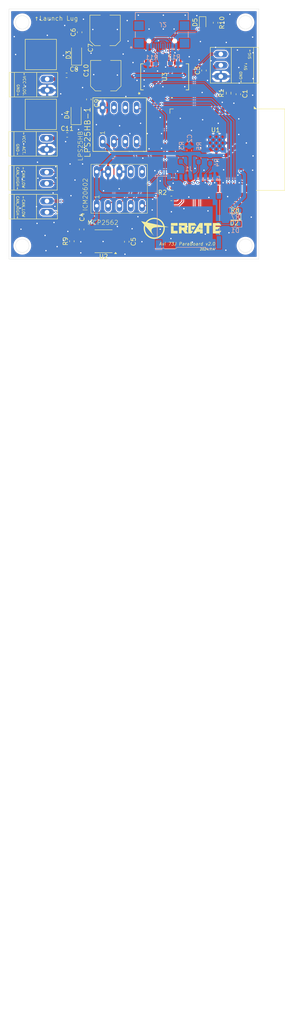
<source format=kicad_pcb>
(kicad_pcb (version 20240108) (generator "pcbnew") (generator_version "8.0")
  (layers (0 "F.Cu" signal) (31 "B.Cu" signal) (34 "B.Paste" user) (35 "F.Paste" user) (36 "B.SilkS" user "B.Silkscreen") (37 "F.SilkS" user "F.Silkscreen") (38 "B.Mask" user) (39 "F.Mask" user) (44 "Edge.Cuts" user))
  (net 0 "")
  (net 1 "EN")
  (net 2 "GND")
  (net 3 "5V")
  (net 4 "3.3V")
  (net 5 "VCC_LOGIC")
  (net 6 "VCC_ACTUATOR")
  (net 7 "Net-(D1-A)")
  (net 8 "VBUS")
  (net 9 "ICM_CS")
  (net 10 "SPC")
  (net 11 "MOSI")
  (net 14 "MISO")
  (net 15 "CAN_H")
  (net 16 "CAN_L")
  (net 17 "SERVO_PIN")
  (net 18 "USBDP")
  (net 19 "CC2")
  (net 20 "USBDM")
  (net 21 "CC1")
  (net 22 "SD_CS")
  (net 23 "LPS_CS")
  (net 26 "LED")
  (net 27 "IO0")
  (net 41 "RXD_FT232")
  (net 44 "SD_MOSI")
  (net 45 "RXD0_ESP")
  (net 46 "SD_MISO")
  (net 48 "SD_SPC")
  (net 49 "CAN_RX_ESP")
  (net 50 "CAN_RX_MCP")
  (net 65 "Net-(D1-K)")
  (net 66 "Net-(D2-A)")
  (net 67 "Net-(D5-K)")
  (footprint "Capacitor_SMD:C_0603_1608Metric_Pad1.08x0.95mm_HandSolder" (layer "F.Cu") (at 172.6725 115.63 180)
    (property "Reference" "R8")
    (property "Value" "1k")
  )
  (footprint "Capacitor_SMD:C_0603_1608Metric_Pad1.08x0.95mm_HandSolder" (layer "F.Cu") (at 138.3 121.35 -90)
    (property "Reference" "C4")
    (property "Value" "0.1u")
  )
  (footprint "Capacitor_SMD:C_0603_1608Metric_Pad1.08x0.95mm_HandSolder" (layer "F.Cu") (at 158.4 114.4)
    (property "Reference" "R2")
    (property "Value" "10k")
  )
  (footprint "Capacitor_SMD:C_0603_1608Metric_Pad1.08x0.95mm_HandSolder" (layer "F.Cu") (at 135.05 100.2)
    (property "Reference" "C11")
    (property "Value" "0.33u")
  )
  (footprint "Diode_SMD:D_1206_3216Metric" (layer "F.Cu") (at 137.15 82.3 90)
    (property "Reference" "D3")
    (property "Value" "~")
  )
  (footprint "Capacitor_SMD:C_0603_1608Metric_Pad1.08x0.95mm_HandSolder" (layer "F.Cu") (at 139.9 92.25 -90)
    (property "Reference" "C9")
    (property "Value" "2.2u")
  )
  (footprint "LED_SMD:LED_0603_1608Metric" (layer "F.Cu") (at 165.4 75.2125 -90)
    (property "Reference" "D5")
    (property "Value" "LED")
  )
  (footprint "Capacitor_SMD:C_0603_1608Metric_Pad1.08x0.95mm_HandSolder" (layer "F.Cu") (at 134.925 86.85)
    (property "Reference" "C8")
    (property "Value" "0.33u")
  )
  (footprint "CREATE_LPS:LPS25HB" (layer "F.Cu") (at 146.81 97.89 90)
    (property "Reference" "LPS25HB-1")
    (property "Value" "~" (hide yes))
  )
  (footprint "CREATE_ICM:ICM20602" (layer "F.Cu") (at 141.675 116.05 90)
    (property "Reference" "ICM-20602-1" (hide yes))
    (property "Value" "~" (hide yes))
  )
  (footprint "CREATE_Regulator:NJM2391DL1-33" (layer "F.Cu") (at 129.15 82.2 90)
    (property "Reference" "NJM2391DL1-33-1" (hide yes))
    (property "Value" "~" (hide yes))
  )
  (footprint "CREATE_Regulator:NJM2391DL1-33" (layer "F.Cu") (at 129.15 95.6 90)
    (property "Reference" "NJM2391DL1-05-1" (hide yes))
    (property "Value" "~" (hide yes))
  )
  (footprint "ILG:IL-G-2P" (layer "F.Cu") (at 130.475 102.2 -90)
    (property "Reference" "ILG-2P4" (hide yes))
    (property "Value" "~" (hide yes))
  )
  (footprint "Resistor_SMD:R_0603_1608Metric_Pad0.98x0.95mm_HandSolder" (layer "F.Cu") (at 171.23 90.85 -90)
    (property "Reference" "R1")
    (property "Value" "10k")
  )
  (footprint "Capacitor_SMD:C_Elec_6.3x5.8" (layer "F.Cu") (at 143.7 86.9375 90)
    (property "Reference" "C10")
    (property "Value" "47u")
  )
  (footprint "Capacitor_SMD:C_0603_1608Metric_Pad1.08x0.95mm_HandSolder" (layer "F.Cu") (at 165.7 85.775 90)
    (property "Reference" "C3")
    (property "Value" "4.7u")
  )
  (footprint "ILG:IL-G-2P" (layer "F.Cu") (at 130.575 88.95 -90)
    (property "Reference" "ILG-2P3" (hide yes))
    (property "Value" "~" (hide yes))
  )
  (footprint "ILG:IL-G-2P" (layer "F.Cu") (at 130.475 109.8 -90)
    (property "Reference" "ILG-2P1" (hide yes))
    (property "Value" "~" (hide yes))
  )
  (footprint "LED_SMD:LED_0603_1608Metric" (layer "F.Cu") (at 172.5 118.5 180)
    (property "Reference" "D2")
    (property "Value" "LED")
  )
  (footprint "ILG:IL-G-3P" (layer "F.Cu") (at 169.475 84.6 90)
    (property "Reference" "ILG-3P1" (hide yes))
    (property "Value" "~" (hide yes))
  )
  (footprint "Capacitor_SMD:C_0603_1608Metric_Pad1.08x0.95mm_HandSolder" (layer "F.Cu") (at 136.1 124 90)
    (property "Reference" "R9")
    (property "Value" "120")
  )
  (footprint "CREATE_logo:create_logo_letters" (layer "F.Cu") (at 160.6 121.1)
    (property "Reference" "G***" (hide yes))
    (property "Value" "LOGO" (hide yes))
  )
  (footprint "Capacitor_SMD:C_0603_1608Metric_Pad1.08x0.95mm_HandSolder" (layer "F.Cu") (at 173.4 91.09 90)
    (property "Reference" "C1")
    (property "Value" "0.1u")
  )
  (footprint "Serial_conversion:IC28_SSOP-28_FTD" (layer "F.Cu") (at 156.9 87.2 90)
    (property "Reference" "U3")
    (property "Value" "FT232RL")
  )
  (footprint "Capacitor_SMD:C_0603_1608Metric_Pad1.08x0.95mm_HandSolder" (layer "F.Cu") (at 168.3 75.0875 -90)
    (property "Reference" "R10")
    (property "Value" "1k")
  )
  (footprint "RF_Module:ESP32-WROOM-32D" (layer "F.Cu") (at 167.9525 103.5 -90)
    (property "Reference" "U1")
    (property "Value" "ESP32-WROOM-32E")
  )
  (footprint "Capacitor_SMD:C_Elec_6.3x5.8" (layer "F.Cu") (at 143.55 76.8 90)
    (property "Reference" "C7")
    (property "Value" "47u")
  )
  (footprint "ILG:IL-G-2P" (layer "F.Cu") (at 130.525 116.25 -90)
    (property "Reference" "ILG-2P2" (hide yes))
    (property "Value" "~" (hide yes))
  )
  (footprint "Diode_SMD:D_1206_3216Metric" (layer "F.Cu") (at 137.05 95.6 90)
    (property "Reference" "D4")
    (property "Value" "~")
  )
  (footprint "Capacitor_SMD:C_0603_1608Metric_Pad1.08x0.95mm_HandSolder" (layer "F.Cu") (at 148.4 124.1 90)
    (property "Reference" "C5")
    (property "Value" "0.1u")
  )
  (footprint "Capacitor_SMD:C_0603_1608Metric_Pad1.08x0.95mm_HandSolder" (layer "F.Cu") (at 137.85 77.225 90)
    (property "Reference" "C6")
    (property "Value" "2.2u")
  )
  (footprint "Package_SO:SOIC-8_3.9x4.9mm_P1.27mm" (layer "F.Cu") (at 143.2 124 180)
    (property "Reference" "U2")
    (property "Value" "MCP2562-E-SN")
  )
  (footprint "Capacitor_SMD:C_0603_1608Metric_Pad1.08x0.95mm_HandSolder" (layer "B.Cu") (at 162.4 103.675 90)
    (property "Reference" "C2")
    (property "Value" "0.1u")
  )
  (footprint "USB_connector:USB4110-GF-A_GCT" (layer "B.Cu") (at 156.25 76.9)
    (property "Reference" "J2")
    (property "Value" "USB4110-GF-A")
  )
  (footprint "Capacitor_SMD:C_0603_1608Metric_Pad1.08x0.95mm_HandSolder" (layer "B.Cu") (at 164.5 105.3875 -90)
    (property "Reference" "R5")
    (property "Value" "10k")
  )
  (footprint "Capacitor_SMD:C_0603_1608Metric_Pad1.08x0.95mm_HandSolder" (layer "B.Cu") (at 159 84.2 180)
    (property "Reference" "R12")
    (property "Value" "5.1k")
  )
  (footprint "Connector_Card:microSD_HC_Hirose_DM3AT-SF-PEJM5" (layer "B.Cu") (at 162.225 117.325 180)
    (property "Reference" "J1")
    (property "Value" "Micro_SD_Card_Det_Hirose_DM3AT")
  )
  (footprint "Capacitor_SMD:C_0603_1608Metric_Pad1.08x0.95mm_HandSolder" (layer "B.Cu") (at 160.5 105.3 -90)
    (property "Reference" "R3")
    (property "Value" "10k")
  )
  (footprint "Capacitor_SMD:C_0603_1608Metric_Pad1.08x0.95mm_HandSolder" (layer "B.Cu") (at 167.1 105.7 -90)
    (property "Reference" "R4")
    (property "Value" "10k")
  )
  (footprint "Capacitor_SMD:C_0603_1608Metric_Pad1.08x0.95mm_HandSolder" (layer "B.Cu") (at 172.725 117.1)
    (property "Reference" "R7")
    (property "Value" "1k")
  )
  (footprint "LED_SMD:LED_0603_1608Metric" (layer "B.Cu") (at 172.7125 120.1 180)
    (property "Reference" "D1")
    (property "Value" "LED")
  )
  (footprint "Capacitor_SMD:C_0603_1608Metric_Pad1.08x0.95mm_HandSolder" (layer "B.Cu") (at 154 84.3 180)
    (property "Reference" "R11")
    (property "Value" "5.1k")
  )
  (gr_circle (center 175 75) (end 176.5 75) (stroke (width 0.05)) (fill none) (layer "Edge.Cuts"))
  (gr_rect (start 122 72) (end 178 128) (stroke (width 0.05)) (fill none) (layer "Edge.Cuts"))
  (gr_circle (center 125 125) (end 126.5 125) (stroke (width 0.05)) (fill none) (layer "Edge.Cuts"))
  (gr_circle (center 125 75) (end 126.5 75) (stroke (width 0.05)) (fill none) (layer "Edge.Cuts"))
  (gr_circle (center 175 125) (end 176.5 125) (stroke (width 0.05)) (fill none) (layer "Edge.Cuts"))
  (gr_text "GND→" (at 123.6 102.1 270) (layer "F.SilkS") (effects (font (size 0.6 0.6) (thickness 0.1)) (justify left bottom)))
  (gr_text "↑Launch Lug" (at 127.5 74.7 0) (layer "F.SilkS") (effects (font (size 1 1) (thickness 0.12)) (justify left bottom)))
  (gr_text "CAN_HIGH→\n" (at 123.6 113.8 270) (layer "F.SilkS") (effects (font (size 0.6 0.6) (thickness 0.1)) (justify left bottom)))
  (gr_text "←VCC-LOG." (at 125.1 86.2 270) (layer "F.SilkS") (effects (font (size 0.6 0.6) (thickness 0.1)) (justify left bottom)))
  (gr_text "←VCC-ACT." (at 125 99.5 270) (layer "F.SilkS") (effects (font (size 0.6 0.6) (thickness 0.1)) (justify left bottom)))
  (gr_text "←CAN_LOW" (at 124.9 113.8 270) (layer "F.SilkS") (effects (font (size 0.6 0.6) (thickness 0.1)) (justify left bottom)))
  (gr_text "Avi 73J ParaBoard v2.0" (at 155.6 125 0) (layer "F.SilkS") (effects (font (size 0.7 0.7) (thickness 0.1) (italic yes)) (justify left bottom)))
  (gr_text "ICM20602" (at 139.7 117.3 90) (layer "F.SilkS") (effects (font (size 1 1) (thickness 0.1)) (justify left bottom)))
  (gr_text "5V↓" (at 175.4 85.8 90) (layer "F.SilkS") (effects (font (size 0.6 0.6) (thickness 0.1)) (justify left bottom)))
  (gr_text "←GND" (at 174.325 88.6 90) (layer "F.SilkS") (effects (font (size 0.6 0.6) (thickness 0.1)) (justify left bottom)))
  (gr_text "SIG→" (at 176.3 83.3 90) (layer "F.SilkS") (effects (font (size 0.6 0.6) (thickness 0.1)) (justify left bottom)))
  (gr_text "MCP2562" (at 139.5 120.4 0) (layer "F.SilkS") (effects (font (size 1 1) (thickness 0.1)) (justify left bottom)))
  (gr_text "LPS25HB" (at 138.6 106.1 90) (layer "F.SilkS") (effects (font (size 1 1) (thickness 0.1)) (justify left bottom)))
  (gr_text "GND→" (at 123.7 88.8 270) (layer "F.SilkS") (effects (font (size 0.6 0.6) (thickness 0.1)) (justify left bottom)))
  (gr_text "CAN_HIGH→\n" (at 123.6 107.3 270) (layer "F.SilkS") (effects (font (size 0.6 0.6) (thickness 0.1)) (justify left bottom)))
  (gr_text "2024.7.4" (at 164.7 126.1 0) (layer "F.SilkS") (effects (font (size 0.5 0.5) (thickness 0.1) (italic yes)) (justify left bottom)))
  (gr_text "←CAN_LOW" (at 124.9 107.3 270) (layer "F.SilkS") (effects (font (size 0.6 0.6) (thickness 0.1)) (justify left bottom)))
  (segment (start 173.6625 92.1275) (end 173.4 91.865) (width 0.2) (layer "F.Cu") (net 1))
  (segment (start 168.55 91.25) (end 169.0625 91.7625) (width 0.2) (layer "F.Cu") (net 1))
  (segment (start 169.0625 91.7625) (end 171.23 91.7625) (width 0.2) (layer "F.Cu") (net 1))
  (segment (start 153.975 89.1) (end 153.975 90.74965) (width 0.2) (layer "F.Cu") (net 1))
  (segment (start 173.6625 94.75) (end 173.6625 92.1275) (width 0.2) (layer "F.Cu") (net 1))
  (segment (start 171.3325 91.865) (end 171.23 91.7625) (width 0.2) (layer "F.Cu") (net 1))
  (segment (start 173.4 91.865) (end 171.3325 91.865) (width 0.2) (layer "F.Cu") (net 1))
  (via (at 168.55 91.25) (size 0.6) (drill 0.3) (layers "F.Cu" "B.Cu") (net 1))
  (via (at 153.975 89.1) (size 0.6) (drill 0.3) (layers "F.Cu" "B.Cu") (net 1))
  (segment (start 154.575 88.5) (end 165.8 88.5) (width 0.2) (layer "B.Cu") (net 1))
  (segment (start 165.8 88.5) (end 168.55 91.25) (width 0.2) (layer "B.Cu") (net 1))
  (segment (start 153.975 89.1) (end 154.575 88.5) (width 0.2) (layer "B.Cu") (net 1))
  (segment (start 159.174999 83.65035) (end 159.174999 84.606) (width 0.2) (layer "F.Cu") (net 2))
  (segment (start 157.225001 84.874999) (end 157.1 85) (width 0.2) (layer "F.Cu") (net 2))
  (segment (start 158.780999 85) (end 157.1 85) (width 0.2) (layer "F.Cu") (net 2))
  (segment (start 157.225001 83.65035) (end 157.225001 84.874999) (width 0.2) (layer "F.Cu") (net 2))
  (segment (start 156.574999 90.74965) (end 156.574999 89.474999) (width 0.2) (layer "F.Cu") (net 2))
  (segment (start 156.574999 89.474999) (end 156.5 89.4) (width 0.2) (layer "F.Cu") (net 2))
  (segment (start 159.174999 84.606) (end 158.780999 85) (width 0.2) (layer "F.Cu") (net 2))
  (via (at 157.1 85) (size 0.6) (drill 0.3) (layers "F.Cu" "B.Cu") (net 2))
  (via (at 169.6 90.1) (size 0.6) (drill 0.3) (layers "F.Cu" "B.Cu") (net 2))
  (via (at 137.2 85.5) (size 0.6) (drill 0.3) (layers "F.Cu" "B.Cu") (net 2))
  (via (at 128.175 116.25) (size 0.6) (drill 0.3) (layers "F.Cu" "B.Cu") (net 2))
  (via (at 166 110.9) (size 0.6) (drill 0.3) (layers "F.Cu" "B.Cu") (net 2))
  (via (at 161.940013 120.717372) (size 0.6) (drill 0.3) (layers "F.Cu" "B.Cu") (net 2))
  (via (at 148 126.9) (size 0.6) (drill 0.3) (layers "F.Cu" "B.Cu") (net 2))
  (via (at 165.7 108.1) (size 0.6) (drill 0.3) (layers "F.Cu" "B.Cu") (net 2))
  (via (at 132.5 107.3) (size 0.6) (drill 0.3) (layers "F.Cu" "B.Cu") (net 2))
  (via (at 164.6 83.4) (size 0.6) (drill 0.3) (layers "F.Cu" "B.Cu") (net 2))
  (via (at 137.6 99) (size 0.6) (drill 0.3) (layers "F.Cu" "B.Cu") (net 2))
  (via (at 165.4 96.8) (size 0.6) (drill 0.3) (layers "F.Cu" "B.Cu") (net 2))
  (via (at 163.1 124.2) (size 0.6) (drill 0.3) (layers "F.Cu" "B.Cu") (net 2))
  (via (at 156.6 76.5) (size 0.6) (drill 0.3) (layers "F.Cu" "B.Cu") (net 2))
  (via (at 124.5 116.6) (size 0.6) (drill 0.3) (layers "F.Cu" "B.Cu") (net 2))
  (via (at 159.8 108.3) (size 0.6) (drill 0.3) (layers "F.Cu" "B.Cu") (net 2))
  (via (at 155.9 96.3) (size 0.6) (drill 0.3) (layers "F.Cu" "B.Cu") (net 2))
  (via (at 152.3 89.3) (size 0.6) (drill 0.3) (layers "F.Cu" "B.Cu") (net 2))
  (via (at 134.5 75.7) (size 0.6) (drill 0.3) (layers "F.Cu" "B.Cu") (net 2))
  (via (at 166.8 114.2) (size 0.6) (drill 0.3) (layers "F.Cu" "B.Cu") (net 2))
  (via (at 149.6 121.2) (size 0.6) (drill 0.3) (layers "F.Cu" "B.Cu") (net 2))
  (via (at 136.8 110.3) (size 0.6) (drill 0.3) (layers "F.Cu" "B.Cu") (net 2))
  (via (at 128.4 106.3) (size 0.6) (drill 0.3) (layers "F.Cu" "B.Cu") (net 2))
  (via (at 138.2 118.1) (size 0.6) (drill 0.3) (layers "F.Cu" "B.Cu") (net 2))
  (via (at 134.2 82.4) (size 0.6) (drill 0.3) (layers "F.Cu" "B.Cu") (net 2))
  (via (at 154.1 117) (size 0.6) (drill 0.3) (layers "F.Cu" "B.Cu") (net 2))
  (via (at 124.9 108.4) (size 0.6) (drill 0.3) (layers "F.Cu" "B.Cu") (net 2))
  (via (at 146.8 98.15) (size 0.6) (drill 0.3) (layers "F.Cu" "B.Cu") (net 2))
  (via (at 155.9 110.5) (size 0.6) (drill 0.3) (layers "F.Cu" "B.Cu") (net 2))
  (via (at 160.2 102.8) (size 0.6) (drill 0.3) (layers "F.Cu" "B.Cu") (net 2))
  (via (at 159.2 81.8) (size 0.6) (drill 0.3) (layers "F.Cu" "B.Cu") (net 2))
  (via (at 170 110.9) (size 0.6) (drill 0.3) (layers "F.Cu" "B.Cu") (net 2))
  (via (at 162.9 99.2) (size 0.6) (drill 0.3) (layers "F.Cu" "B.Cu") (net 2))
  (via (at 141 86.7) (size 0.6) (drill 0.3) (layers "F.Cu" "B.Cu") (net 2))
  (via (at 125 110.1) (size 0.6) (drill 0.3) (layers "F.Cu" "B.Cu") (net 2))
  (via (at 138.1 124.1) (size 0.6) (drill 0.3) (layers "F.Cu" "B.Cu") (net 2))
  (via (at 173.2 81.2) (size 0.6) (drill 0.3) (layers "F.Cu" "B.Cu") (net 2))
  (via (at 170.6 126) (size 0.6) (drill 0.3) (layers "F.Cu" "B.Cu") (net 2))
  (via (at 166.6 117.2) (size 0.6) (drill 0.3) (layers "F.Cu" "B.Cu") (net 2))
  (via (at 163.7 107.7) (size 0.6) (drill 0.3) (layers "F.Cu" "B.Cu") (net 2))
  (via (at 168.7 106.1) (size 0.6) (drill 0.3) (layers "F.Cu" "B.Cu") (net 2))
  (via (at 134.7 101.7) (size 0.6) (drill 0.3) (layers "F.Cu" "B.Cu") (net 2))
  (via (at 153 99.9) (size 0.6) (drill 0.3) (layers "F.Cu" "B.Cu") (net 2))
  (via (at 164.9 103.1) (size 0.6) (drill 0.3) (layers "F.Cu" "B.Cu") (net 2))
  (via (at 135.2 121.8) (size 0.6) (drill 0.3) (layers "F.Cu" "B.Cu") (net 2))
  (via (at 140.8 76.6) (size 0.6) (drill 0.3) (layers "F.Cu" "B.Cu") (net 2))
  (via (at 124.7 121.3) (size 0.6) (drill 0.3) (layers "F.Cu" "B.Cu") (net 2))
  (via (at 175.2 102) (size 0.6) (drill 0.3) (layers "F.Cu" "B.Cu") (net 2))
  (via (at 152.3 85.9) (size 0.6) (drill 0.3) (layers "F.Cu" "B.Cu") (net 2))
  (via (at 147.6 82.1) (size 0.6) (drill 0.3) (layers "F.Cu" "B.Cu") (net 2))
  (via (at 138.1 126.6) (size 0.6) (drill 0.3) (layers "F.Cu" "B.Cu") (net 2))
  (via (at 156.2 103.2) (size 0.6) (drill 0.3) (layers "F.Cu" "B.Cu") (net 2))
  (via (at 176.6 108.1) (size 0.6) (drill 0.3) (layers "F.Cu" "B.Cu") (net 2))
  (via (at 173.5 100.1) (size 0.6) (drill 0.3) (layers "F.Cu" "B.Cu") (net 2))
  (via (at 153.4 76.5) (size 0.6) (drill 0.3) (layers "F.Cu" "B.Cu") (net 2))
  (via (at 160.4 96.5) (size 0.6) (drill 0.3) (layers "F.Cu" "B.Cu") (net 2))
  (via (at 150.7 88) (size 0.6) (drill 0.3) (layers "F.Cu" "B.Cu") (net 2))
  (via (at 132.8 125.2) (size 0.6) (drill 0.3) (layers "F.Cu" "B.Cu") (net 2))
  (via (at 156.6 73.4) (size 0.6) (drill 0.3) (layers "F.Cu" "B.Cu") (net 2))
  (via (at 170.2 75.1) (size 0.6) (drill 0.3) (layers "F.Cu" "B.Cu") (net 2))
  (via (at 169.8 92.9) (size 0.6) (drill 0.3) (layers "F.Cu" "B.Cu") (net 2))
  (via (at 173.6 110.9) (size 0.6) (drill 0.3) (layers "F.Cu" "B.Cu") (net 2))
  (via (at 131.2 74.4) (size 0.6) (drill 0.3) (layers "F.Cu" "B.Cu") (net 2))
  (via (at 138.9 94.6) (size 0.6) (drill 0.3) (layers "F.Cu" "B.Cu") (net 2))
  (via (at 164.9 79.3) (size 0.6) (drill 0.3) (layers "F.Cu" "B.Cu") (net 2))
  (via (at 161.2 116.7) (size 0.6) (drill 0.3) (layers "F.Cu" "B.Cu") (net 2))
  (via (at 130.6 77.9) (size 0.6) (drill 0.3) (layers "F.Cu" "B.Cu") (net 2))
  (via (at 151.8 124.1) (size 0.6) (drill 0.3) (layers "F.Cu" "B.Cu") (net 2))
  (via (at 149.1 99.9) (size 0.6) (drill 0.3) (layers "F.Cu" "B.Cu") (net 2))
  (via (at 167.3 83.6) (size 0.6) (drill 0.3) (layers "F.Cu" "B.Cu") (net 2))
  (via (at 123.2 78.2) (size 0.6) (drill 0.3) (layers "F.Cu" "B.Cu") (net 2))
  (via (at 146.3 86.8) (size 0.6) (drill 0.3) (layers "F.Cu" "B.Cu") (net 2))
  (via (at 176.6 91.3) (size 0.6) (drill 0.3) (layers "F.Cu" "B.Cu") (net 2))
  (via (at 171.5 73.2) (size 0.6) (drill 0.3) (layers "F.Cu" "B.Cu") (net 2))
  (via (at 173.5 96.6) (size 0.6) (drill 0.3) (layers "F.Cu" "B.Cu") (net 2))
  (via (at 176.7 81.8) (size 0.6) (drill 0.3) (layers "F.Cu" "B.Cu") (net 2))
  (via (at 176.3 118.6) (size 0.6) (drill 0.3) (layers "F.Cu" "B.Cu") (net 2))
  (via (at 172.4 93.1) (size 0.6) (drill 0.3) (layers "F.Cu" "B.Cu") (net 2))
  (via (at 130.1 122.7) (size 0.6) (drill 0.3) (layers "F.Cu" "B.Cu") (net 2))
  (via (at 170.1 108) (size 0.6) (drill 0.3) (layers "F.Cu" "B.Cu") (net 2))
  (via (at 162.4 82.7) (size 0.6) (drill 0.3) (layers "F.Cu" "B.Cu") (net 2))
  (via (at 166 122.4) (size 0.6) (drill 0.3) (layers "F.Cu" "B.Cu") (net 2))
  (via (at 176.7 104.9) (size 0.6) (drill 0.3) (layers "F.Cu" "B.Cu") (net 2))
  (via (at 125.3 102.2) (size 0.6) (drill 0.3) (layers "F.Cu" "B.Cu") (net 2))
  (via (at 138.9 103) (size 0.6) (drill 0.3) (layers "F.Cu" "B.Cu") (net 2))
  (via (at 141.6 97.9) (size 0.6) (drill 0.3) (layers "F.Cu" "B.Cu") (net 2))
  (via (at 154.7 108.2) (size 0.6) (drill 0.3) (layers "F.Cu" "B.Cu") (net 2))
  (via (at 156.2 99.9) (size 0.6) (drill 0.3) (layers "F.Cu" "B.Cu") (net 2))
  (via (at 148.7 79.2) (size 0.6) (drill 0.3) (layers "F.Cu" "B.Cu") (net 2))
  (via (at 148.5 74.6) (size 0.6) (drill 0.3) (layers "F.Cu" "B.Cu") (net 2))
  (via (at 156.5 89.4) (size 0.6) (drill 0.3) (layers "F.Cu" "B.Cu") (net 2))
  (via (at 143.1 124.05) (size 0.6) (drill 0.3) (layers "F.Cu" "B.Cu") (net 2))
  (via (at 146.7 112.25) (size 0.6) (drill 0.3) (layers "F.Cu" "B.Cu") (net 2))
  (via (at 148.2 91.6) (size 0.6) (drill 0.3) (layers "F.Cu" "B.Cu") (net 2))
  (via (at 163.8 121.9) (size 0.6) (drill 0.3) (layers "F.Cu" "B.Cu") (net 2))
  (via (at 176.7 87.6) (size 0.6) (drill 0.3) (layers "F.Cu" "B.Cu") (net 2))
  (via (at 158.3 123.4) (size 0.6) (drill 0.3) (layers "F.Cu" "B.Cu") (net 2))
  (via (at 133.6 91) (size 0.6) (drill 0.3) (layers "F.Cu" "B.Cu") (net 2))
  (via (at 132.5 109.8) (size 0.6) (drill 0.3) (layers "F.Cu" "B.Cu") (net 2))
  (via (at 159 76.5) (size 0.6) (drill 0.3) (layers "F.Cu" "B.Cu") (net 2))
  (via (at 135.7 106.7) (size 0.6) (drill 0.3) (layers "F.Cu" "B.Cu") (net 2))
  (via (at 138.7 74.3) (size 0.6) (drill 0.3) (layers "F.Cu" "B.Cu") (net 2))
  (via (at 150.9 118.5) (size 0.6) (drill 0.3) (layers "F.Cu" "B.Cu") (net 2))
  (via (at 161.4 89.4) (size 0.6) (drill 0.3) (layers "F.Cu" "B.Cu") (net 2))
  (via (at 123.5 82.2) (size 0.6) (drill 0.3) (layers "F.Cu" "B.Cu") (net 2))
  (via (at 166.5 88) (size 0.6) (drill 0.3) (layers "F.Cu" "B.Cu") (net 2))
  (via (at 152.7 81.3) (size 0.6) (drill 0.3) (layers "F.Cu" "B.Cu") (net 2))
  (via (at 162.3 114.1) (size 0.6) (drill 0.3) (layers "F.Cu" "B.Cu") (net 2))
  (via (at 158.8 111) (size 0.6) (drill 0.3) (layers "F.Cu" "B.Cu") (net 2))
  (via (at 173.3 109.2) (size 0.6) (drill 0.3) (layers "F.Cu" "B.Cu") (net 2))
  (via (at 125.7 89.3) (size 0.6) (drill 0.3) (layers "F.Cu" "B.Cu") (net 2))
  (via (at 134.2 123.8) (size 0.6) (drill 0.3) (layers "F.Cu" "B.Cu") (net 2))
  (via (at 176.6 78.3) (size 0.6) (drill 0.3) (layers "F.Cu" "B.Cu") (net 2))
  (via (at 161.5 73.4) (size 0.6) (drill 0.3) (layers "F.Cu" "B.Cu") (net 2))
  (via (at 164.1 73.5) (size 0.6) (drill 0.3) (layers "F.Cu" "B.Cu") (net 2))
  (via (at 149.8 84) (size 0.6) (drill 0.3) (layers "F.Cu" "B.Cu") (net 2))
  (via (at 131.9 113.2) (size 0.6) (drill 0.3) (layers "F.Cu" "B.Cu") (net 2))
  (via (at 128.3 120) (size 0.6) (drill 0.3) (layers "F.Cu" "B.Cu") (net 2))
  (via (at 171.3 122.1) (size 0.6) (drill 0.3) (layers "F.Cu" "B.Cu") (net 2))
  (via (at 132.3 116.2) (size 0.6) (drill 0.3) (layers "F.Cu" "B.Cu") (net 2))
  (via (at 155.3 85.9) (size 0.6) (drill 0.3) (layers "F.Cu" "B.Cu") (net 2))
  (via (at 138.5 89.6) (size 0.6) (drill 0.3) (layers "F.Cu" "B.Cu") (net 2))
  (via (at 130.3 126.1) (size 0.6) (drill 0.3) (layers "F.Cu" "B.Cu") (net 2))
  (via (at 143.2 112.7) (size 0.6) (drill 0.3) (layers "F.Cu" "B.Cu") (net 2))
  (via (at 154.2 114.6) (size 0.6) (drill 0.3) (layers "F.Cu" "B.Cu") (net 2))
  (via (at 170.7 79.5) (size 0.6) (drill 0.3) (layers "F.Cu" "B.Cu") (net 2))
  (via (at 133.9 95.6) (size 0.6) (drill 0.3) (layers "F.Cu" "B.Cu") (net 2))
  (via (at 153.4 103.3) (size 0.6) (drill 0.3) (layers "F.Cu" "B.Cu") (net 2))
  (via (at 173.6 88.6) (size 0.6) (drill 0.3) (layers "F.Cu" "B.Cu") (net 2))
  (via (at 155.5 79.1) (size 0.6) (drill 0.3) (layers "F.Cu" "B.Cu") (net 2))
  (via (at 146.3 76.6) (size 0.6) (drill 0.3) (layers "F.Cu" "B.Cu") (net 2))
  (via (at 151.5 97.6) (size 0.6) (drill 0.3) (layers "F.Cu" "B.Cu") (net 2))
  (via (at 171 114) (size 0.6) (drill 0.3) (layers "F.Cu" "B.Cu") (net 2))
  (via (at 151 73.4) (size 0.6) (drill 0.3) (layers "F.Cu" "B.Cu") (net 2))
  (via (at 128.5 109.9) (size 0.6) (drill 0.3) (layers "F.Cu" "B.Cu") (net 2))
  (via (at 140.4 81.9) (size 0.6) (drill 0.3) (layers "F.Cu" "B.Cu") (net 2))
  (via (at 168.1 110.9) (size 0.6) (drill 0.3) (layers "F.Cu" "B.Cu") (net 2))
  (via (at 158.4 117.4) (size 0.6) (drill 0.3) (layers "F.Cu" "B.Cu") (net 2))
  (via (at 138.5 106.7) (size 0.6) (drill 0.3) (layers "F.Cu" "B.Cu") (net 2))
  (via (at 135.9 113.8) (size 0.6) (drill 0.3) (layers "F.Cu" "B.Cu") (net 2))
  (via (at 165.3 90.7) (size 0.6) (drill 0.3) (layers "F.Cu" "B.Cu") (net 2))
  (via (at 155.9 121.3) (size 0.6) (drill 0.3) (layers "F.Cu" "B.Cu") (net 2))
  (via (at 168.9 97.6) (size 0.6) (drill 0.3) (layers "F.Cu" "B.Cu") (net 2))
  (via (at 146.3 120.7) (size 0.6) (drill 0.3) (layers "F.Cu" "B.Cu") (net 2))
  (via (at 168.3 80.6) (size 0.6) (drill 0.3) (layers "F.Cu" "B.Cu") (net 2))
  (via (at 152 105.4) (size 0.6) (drill 0.3) (layers "F.Cu" "B.Cu") (net 2))
  (via (at 132.1 119.8) (size 0.6) (drill 0.3) (layers "F.Cu" "B.Cu") (net 2))
  (via (at 173.5 85.1) (size 0.6) (drill 0.3) (layers "F.Cu" "B.Cu") (net 2))
  (via (at 152.3 87.9) (size 0.6) (drill 0.3) (layers "F.Cu" "B.Cu") (net 2))
  (via (at 129 74.4) (size 0.6) (drill 0.3) (layers "F.Cu" "B.Cu") (net 2))
  (segment (start 159.449999 81.550001) (end 159.2 81.8) (width 0.2) (layer "B.Cu") (net 2))
  (segment (start 164.955 108.845) (end 165.7 108.1) (width 0.2) (layer "B.Cu") (net 2))
  (segment (start 153.049999 80.950001) (end 152.7 81.3) (width 0.2) (layer "B.Cu") (net 2))
  (segment (start 164.955 109.76) (end 164.955 108.845) (width 0.2) (layer "B.Cu") (net 2))
  (segment (start 159.449999 80.2628) (end 159.449999 81.550001) (width 0.2) (layer "B.Cu") (net 2))
  (segment (start 153.049999 80.2628) (end 153.049999 80.950001) (width 0.2) (layer "B.Cu") (net 2))
  (segment (start 141.6 120.209816) (end 144.805184 123.415) (width 0.8) (layer "F.Cu") (net 3))
  (segment (start 165.7 85) (end 169.075 85) (width 0.8) (layer "F.Cu") (net 3))
  (segment (start 135.8 92.95) (end 136.325 92.425) (width 0.8) (layer "F.Cu") (net 3))
  (segment (start 141.6 119.485786) (end 141.6 120.209816) (width 0.8) (layer "F.Cu") (net 3))
  (segment (start 161.1 86.9) (end 163 85) (width 0.8) (layer "F.Cu") (net 3))
  (segment (start 134.35 92.95) (end 134 93.3) (width 0.8) (layer "F.Cu") (net 3))
  (segment (start 137.05 94.2) (end 136.15 93.3) (width 0.8) (layer "F.Cu") (net 3))
  (segment (start 144.254 92.666) (end 144.254 103.446) (width 0.8) (layer "F.Cu") (net 3))
  (segment (start 144.805184 123.415) (end 148.31 123.415) (width 0.8) (layer "F.Cu") (net 3))
  (segment (start 139.7 117.585786) (end 141.6 119.485786) (width 0.8) (layer "F.Cu") (net 3))
  (segment (start 135.8 92.95) (end 134.35 92.95) (width 0.8) (layer "F.Cu") (net 3))
  (segment (start 169.075 85) (end 169.475 84.6) (width 0.8) (layer "F.Cu") (net 3))
  (segment (start 144.244 92.656) (end 144.254 92.666) (width 0.8) (layer "F.Cu") (net 3))
  (segment (start 141.7 91.475) (end 143.7 89.475) (width 0.8) (layer "F.Cu") (net 3))
  (segment (start 144.254 103.446) (end 141.178 106.522) (width 0.8) (layer "F.Cu") (net 3))
  (segment (start 139.7 107.977576) (end 139.7 117.585786) (width 0.8) (layer "F.Cu") (net 3))
  (segment (start 147.425 89.475) (end 150 86.9) (width 0.8) (layer "F.Cu") (net 3))
  (segment (start 147.425 89.475) (end 144.244 92.656) (width 0.8) (layer "F.Cu") (net 3))
  (segment (start 143.7 89.475) (end 147.425 89.475) (width 0.8) (layer "F.Cu") (net 3))
  (segment (start 136.325 92.425) (end 137.275 91.475) (width 0.8) (layer "F.Cu") (net 3))
  (segment (start 163 85) (end 165.7 85) (width 0.8) (layer "F.Cu") (net 3))
  (segment (start 136.125 93.275) (end 136.15 93.3) (width 0.8) (layer "F.Cu") (net 3))
  (segment (start 136.325 92.425) (end 136.125 92.625) (width 0.8) (layer "F.Cu") (net 3))
  (segment (start 137.275 91.475) (end 139.9 91.475) (width 0.8) (layer "F.Cu") (net 3))
  (segment (start 141.155576 106.522) (end 139.7 107.977576) (width 0.8) (layer "F.Cu") (net 3))
  (segment (start 136.125 92.625) (end 136.125 93.275) (width 0.8) (layer "F.Cu") (net 3))
  (segment (start 139.9 91.475) (end 141.7 91.475) (width 0.8) (layer "F.Cu") (net 3))
  (segment (start 141.178 106.522) (end 141.155576 106.522) (width 0.8) (layer "F.Cu") (net 3))
  (segment (start 136.15 93.3) (end 135.8 92.95) (width 0.8) (layer "F.Cu") (net 3))
  (segment (start 148.31 123.415) (end 148.4 123.325) (width 0.8) (layer "F.Cu") (net 3))
  (via (at 150 86.9) (size 0.6) (drill 0.3) (layers "F.Cu" "B.Cu") (net 3))
  (via (at 161.1 86.9) (size 0.6) (drill 0.3) (layers "F.Cu" "B.Cu") (net 3))
  (segment (start 150 86.9) (end 161.1 86.9) (width 0.8) (layer "B.Cu") (net 3))
  (segment (start 136.425 80.175) (end 136.425 79.425) (width 0.8) (layer "F.Cu") (net 4))
  (segment (start 174.9325 80.5925) (end 174.9325 85.87) (width 0.8) (layer "F.Cu") (net 4))
  (segment (start 173.83 86.64) (end 174.9225 86.64) (width 0.8) (layer "F.Cu") (net 4))
  (segment (start 166.4 77.9) (end 168.1 77.9) (width 0.8) (layer "F.Cu") (net 4))
  (segment (start 159.794 84.806) (end 159.5 85.1) (width 0.4) (layer "F.Cu") (net 4))
  (segment (start 136.5 80.25) (end 136.425 80.175) (width 0.8) (layer "F.Cu") (net 4))
  (segment (start 159.825 83.65035) (end 159.825 84.5) (width 0.4) (layer "F.Cu") (net 4))
  (segment (start 161.3469 85.2) (end 167.3 79.2469) (width 0.4) (layer "F.Cu") (net 4))
  (segment (start 143.55 79.3375) (end 144.9875 77.9) (width 0.8) (layer "F.Cu") (net 4))
  (segment (start 168.1 77.9) (end 172.24 77.9) (width 0.8) (layer "F.Cu") (net 4))
  (segment (start 173.83 86.64) (end 174.2025 86.64) (width 0.8) (layer "F.Cu") (net 4))
  (segment (start 159.825 84.806) (end 160.0595 85.0405) (width 0.4) (layer "F.Cu") (net 4))
  (segment (start 136.425 79.425) (end 136.575 79.275) (width 0.8) (layer "F.Cu") (net 4))
  (segment (start 170.8 104.7875) (end 174.9325 100.655) (width 0.8) (layer "F.Cu") (net 4))
  (segment (start 136.15 79.9) (end 136.5 80.25) (width 0.8) (layer "F.Cu") (net 4))
  (segment (start 159.6 85) (end 160.019 85) (width 0.4) (layer "F.Cu") (net 4))
  (segment (start 136.575 79.275) (end 137.85 78) (width 0.8) (layer "F.Cu") (net 4))
  (segment (start 157.75 86.8) (end 157.4 86.8) (width 0.4) (layer "F.Cu") (net 4))
  (segment (start 174.9325 100.655) (end 173.99995 101.58755) (width 0.8) (layer "F.Cu") (net 4))
  (segment (start 167.3 79.2469) (end 167.3 78.7) (width 0.4) (layer "F.Cu") (net 4))
  (segment (start 134 79.9) (end 135.95 79.9) (width 0.8) (layer "F.Cu") (net 4))
  (segment (start 174.9325 86.65) (end 174.9325 87.37) (width 0.8) (layer "F.Cu") (net 4))
  (segment (start 154.625001 89.574999) (end 154.625001 90.74965) (width 0.4) (layer "F.Cu") (net 4))
  (segment (start 166.5 77.9) (end 166.4 77.9) (width 0.4) (layer "F.Cu") (net 4))
  (segment (start 160.0595 85.0405) (end 160.219 85.2) (width 0.4) (layer "F.Cu") (net 4))
  (segment (start 174.9325 85.87) (end 174.9325 86.65) (width 0.8) (layer "F.Cu") (net 4))
  (segment (start 174.9325 85.87) (end 174.6 85.87) (width 0.8) (layer "F.Cu") (net 4))
  (segment (start 174.6 85.87) (end 173.83 86.64) (width 0.8) (layer "F.Cu") (net 4))
  (segment (start 140.595 122.125) (end 138.3 122.125) (width 0.8) (layer "F.Cu") (net 4))
  (segment (start 173.99995 101.58755) (end 173.99995 108.29995) (width 0.8) (layer "F.Cu") (net 4))
  (segment (start 160.019 85) (end 160.0595 85.0405) (width 0.4) (layer "F.Cu") (net 4))
  (segment (start 172.24 77.9) (end 174.9325 80.5925) (width 0.8) (layer "F.Cu") (net 4))
  (segment (start 157.4 86.8) (end 154.625001 89.574999) (width 0.4) (layer "F.Cu") (net 4))
  (segment (start 159.825 84.5) (end 159.825 84.806) (width 0.4) (layer "F.Cu") (net 4))
  (segment (start 174.9325 87.37) (end 174.9325 94.75) (width 0.8) (layer "F.Cu") (net 4))
  (segment (start 159.825 84.806) (end 159.794 84.806) (width 0.4) (layer "F.Cu") (net 4))
  (segment (start 142.2125 78) (end 143.55 79.3375) (width 0.8) (layer "F.Cu") (net 4))
  (segment (start 167.3 78.7) (end 167.3 77.9) (width 0.4) (layer "F.Cu") (net 4))
  (segment (start 174.9225 86.64) (end 174.9325 86.65) (width 0.8) (layer "F.Cu") (net 4))
  (segment (start 159.5 85.1) (end 159.6 85) (width 0.4) (layer "F.Cu") (net 4))
  (segment (start 167.3 78.7) (end 168.1 77.9) (width 0.4) (layer "F.Cu") (net 4))
  (segment (start 156.975 113.8) (end 157.575 114.4) (width 0.8) (layer "F.Cu") (net 4))
  (segment (start 171.23 89.24) (end 173.83 86.64) (width 0.8) (layer "F.Cu") (net 4))
  (segment (start 171.23 89.9375) (end 171.23 89.24) (width 0.8) (layer "F.Cu") (net 4))
  (segment (start 159.45 85.1) (end 157.75 86.8) (width 0.4) (layer "F.Cu") (net 4))
  (segment (start 135.95 79.9) (end 136.575 79.275) (width 0.8) (layer "F.Cu") (net 4))
  (segment (start 174.9325 100.655) (end 174.9325 94.75) (width 0.8) (layer "F.Cu") (net 4))
  (segment (start 136.5 80.25) (end 137.15 80.9) (width 0.8) (layer "F.Cu") (net 4))
  (segment (start 144.9875 77.9) (end 166.4 77.9) (width 0.8) (layer "F.Cu") (net 4))
  (segment (start 170.1 104.7875) (end 170.8 104.7875) (width 0.8) (layer "F.Cu") (net 4))
  (segment (start 140.6 119.9) (end 140.6 122.12) (width 0.8) (layer "F.Cu") (net 4))
  (segment (start 140.6 122.12) (end 140.595 122.125) (width 0.8) (layer "F.Cu") (net 4))
  (segment (start 160.219 85.2) (end 161.3469 85.2) (width 0.4) (layer "F.Cu") (net 4))
  (segment (start 134 79.9) (end 136.15 79.9) (width 0.8) (layer "F.Cu") (net 4))
  (segment (start 137.85 78) (end 142.2125 78) (width 0.8) (layer "F.Cu") (net 4))
  (segment (start 154.9 113.8) (end 156.975 113.8) (width 0.8) (layer "F.Cu") (net 4))
  (segment (start 173.99995 108.29995) (end 174 108.3) (width 0.8) (layer "F.Cu") (net 4))
  (segment (start 167.3 78.7) (end 166.5 77.9) (width 0.4) (layer "F.Cu") (net 4))
  (segment (start 159.5 85.1) (end 159.45 85.1) (width 0.4) (layer "F.Cu") (net 4))
  (segment (start 174.2025 86.64) (end 174.9325 87.37) (width 0.8) (layer "F.Cu") (net 4))
  (via (at 170.1 104.7875) (size 0.6) (drill 0.3) (layers "F.Cu" "B.Cu") (net 4))
  (via (at 154.9 113.8) (size 0.6) (drill 0.3) (layers "F.Cu" "B.Cu") (net 4))
  (via (at 140.6 119.9) (size 0.6) (drill 0.3) (layers "F.Cu" "B.Cu") (net 4))
  (via (at 174 108.3) (size 0.6) (drill 0.3) (layers "F.Cu" "B.Cu") (net 4))
  (segment (start 174.75 109.05) (end 174.75 114.04099) (width 0.8) (layer "B.Cu") (net 4))
  (segment (start 143.09 102.06) (end 143.09 101.81) (width 0.8) (layer "B.Cu") (net 4))
  (segment (start 174.75 114.04099) (end 171.8125 116.97849) (width 0.8) (layer "B.Cu") (net 4))
  (segment (start 162.6 109.45) (end 162.755 109.605) (width 0.8) (layer "B.Cu") (net 4))
  (segment (start 142.675 113.7) (end 141.675 114.7) (width 0.8) (layer "B.Cu") (net 4))
  (segment (start 141.675 108.43) (end 141.675 112.3) (width 0.8) (layer "B.Cu") (net 4))
  (segment (start 142.075 113.7) (end 142.7 113.7) (width 0.8) (layer "B.Cu") (net 4))
  (segment (start 154.8 113.7) (end 154.9 113.8) (width 0.8) (layer "B.Cu") (net 4))
  (segment (start 162.4 104.45) (end 162.4 104.5375) (width 0.8) (layer "B.Cu") (net 4))
  (segment (start 162.755 109.605) (end 162.755 109.76) (width 0.8) (layer "B.Cu") (net 4))
  (segment (start 170.1 104.7875) (end 164.8125 104.7875) (width 0.8) (layer "B.Cu") (net 4))
  (segment (start 145.4175 104.6875) (end 141.675 108.43) (width 0.8) (layer "B.Cu") (net 4))
  (segment (start 145.4175 104.3875) (end 145.4175 104.6875) (width 0.8) (layer "B.Cu") (net 4))
  (segment (start 164.8125 104.7875) (end 164.425 104.4) (width 0.8) (layer "B.Cu") (net 4))
  (segment (start 141.675 114.7) (end 141.675 116.05) (width 0.8) (layer "B.Cu") (net 4))
  (segment (start 142.7 113.7) (end 154.8 113.7) (width 0.8) (layer "B.Cu") (net 4))
  (segment (start 141.675 113.3) (end 141.675 114.7) (width 0.8) (layer "B.Cu") (net 4))
  (segment (start 171.8125 116.97849) (end 171.8125 117.075) (width 0.8) (layer "B.Cu") (net 4))
  (segment (start 142.7 113.7) (end 142.675 113.7) (width 0.8) (layer "B.Cu") (net 4))
  (segment (start 141.675 116.05) (end 141.675 118.825) (width 0.8) (layer "B.Cu") (net 4))
  (segment (start 141.675 118.825) (end 140.6 119.9) (width 0.8) (layer "B.Cu") (net 4))
  (segment (start 141.675 112.3) (end 141.675 113.3) (width 0.8) (layer "B.Cu") (net 4))
  (segment (start 162.4 104.45) (end 160.5625 104.45) (width 0.8) (layer "B.Cu") (net 4))
  (segment (start 174 108.3) (end 174.75 109.05) (width 0.8) (layer "B.Cu") (net 4))
  (segment (start 164.425 104.4) (end 162.45 104.4) (width 0.8) (layer "B.Cu") (net 4))
  (segment (start 162.4 104.5375) (end 162.6 104.7375) (width 0.8) (layer "B.Cu") (net 4))
  (segment (start 160.5625 104.45) (end 160.5 104.3875) (width 0.8) (layer "B.Cu") (net 4))
  (segment (start 141.675 112.3) (end 141.675 112.675) (width 0.8) (layer "B.Cu") (net 4))
  (segment (start 145.4175 104.3875) (end 143.09 102.06) (width 0.8) (layer "B.Cu") (net 4))
  (segment (start 141.675 112.675) (end 142.7 113.7) (width 0.8) (layer "B.Cu") (net 4))
  (segment (start 160.5 104.3875) (end 145.4175 104.3875) (width 0.8) (layer "B.Cu") (net 4))
  (segment (start 141.675 113.3) (end 142.075 113.7) (width 0.8) (layer "B.Cu") (net 4))
  (segment (start 162.6 104.7375) (end 162.6 109.45) (width 0.8) (layer "B.Cu") (net 4))
  (segment (start 162.45 104.4) (end 162.4 104.45) (width 0.8) (layer "B.Cu") (net 4))
  (segment (start 134.15 84.65) (end 134 84.5) (width 0.8) (layer "F.Cu") (net 5))
  (segment (start 130.575 87.7) (end 133.3 87.7) (width 0.8) (layer "F.Cu") (net 5))
  (segment (start 134 84.5) (end 136.35 84.5) (width 0.8) (layer "F.Cu") (net 5))
  (segment (start 136.35 84.5) (end 137.15 83.7) (width 0.8) (layer "F.Cu") (net 5))
  (segment (start 133.3 87.7) (end 134.15 86.85) (width 0.8) (layer "F.Cu") (net 5))
  (segment (start 134.15 86.85) (end 134.15 84.65) (width 0.8) (layer "F.Cu") (net 5))
  (segment (start 134.275 100.2) (end 134.275 98.175) (width 0.8) (layer "F.Cu") (net 6))
  (segment (start 136.15 97.9) (end 137.05 97) (width 0.8) (layer "F.Cu") (net 6))
  (segment (start 134.275 98.175) (end 134 97.9) (width 0.8) (layer "F.Cu") (net 6))
  (segment (start 130.475 100.95) (end 133.525 100.95) (width 0.8) (layer "F.Cu") (net 6))
  (segment (start 133.525 100.95) (end 134.275 100.2) (width 0.8) (layer "F.Cu") (net 6))
  (segment (start 134 97.9) (end 136.15 97.9) (width 0.8) (layer "F.Cu") (net 6))
  (segment (start 171.765 120.26) (end 171.925 120.1) (width 0.2) (layer "B.Cu") (net 7))
  (segment (start 169.055 120.26) (end 171.765 120.26) (width 0.2) (layer "B.Cu") (net 7))
  (segment (start 157.740901 82.5947) (end 157.874999 82.728798) (width 0.2) (layer "F.Cu") (net 8))
  (segment (start 157.874999 82.728798) (end 157.874999 83.65035) (width 0.2) (layer "F.Cu") (net 8))
  (segment (start 154.4 81.334302) (end 155.660398 82.5947) (width 0.2) (layer "F.Cu") (net 8))
  (segment (start 164.3 76.5) (end 164.9 76.5) (width 0.2) (layer "F.Cu") (net 8))
  (segment (start 155.660398 82.5947) (end 157.740901 82.5947) (width 0.2) (layer "F.Cu") (net 8))
  (segment (start 164.9 76.5) (end 165.4 76) (width 0.2) (layer "F.Cu") (net 8))
  (via (at 164.3 76.5) (size 0.6) (drill 0.3) (layers "F.Cu" "B.Cu") (net 8))
  (via (at 154.4 81.334302) (size 0.6) (drill 0.3) (layers "F.Cu" "B.Cu") (net 8))
  (segment (start 154.047601 79.3913) (end 154.938901 78.5) (width 0.2) (layer "B.Cu") (net 8))
  (segment (start 159.848755 77.0611) (end 157.950054 78.959801) (width 0.2) (layer "B.Cu") (net 8))
  (segment (start 153.85 80.784302) (end 153.85 80.2628) (width 0.2) (layer "B.Cu") (net 8))
  (segment (start 157.490253 78.5) (end 157.950054 78.959801) (width 0.2) (layer "B.Cu") (net 8))
  (segment (start 163.7389 77.0611) (end 159.848755 77.0611) (width 0.2) (layer "B.Cu") (net 8))
  (segment (start 164.3 76.5) (end 163.7389 77.0611) (width 0.2) (layer "B.Cu") (net 8))
  (segment (start 158.65 79.659747) (end 158.65 80.2628) (width 0.2) (layer "B.Cu") (net 8))
  (segment (start 153.85 80.2628) (end 154.047601 80.065199) (width 0.2) (layer "B.Cu") (net 8))
  (segment (start 157.950054 78.959801) (end 158.65 79.659747) (width 0.2) (layer "B.Cu") (net 8))
  (segment (start 154.938901 78.5) (end 157.490253 78.5) (width 0.2) (layer "B.Cu") (net 8))
  (segment (start 154.047601 80.065199) (end 154.047601 79.3913) (width 0.2) (layer "B.Cu") (net 8))
  (segment (start 154.4 81.334302) (end 153.85 80.784302) (width 0.2) (layer "B.Cu") (net 8))
  (segment (start 160 116.05) (end 160.9625 115.0875) (width 0.2) (layer "F.Cu") (net 9))
  (segment (start 160.9625 115.0875) (end 160.9625 112.25) (width 0.2) (layer "F.Cu") (net 9))
  (segment (start 151.835 116.05) (end 160 116.05) (width 0.2) (layer "F.Cu") (net 9))
  (segment (start 158.4425 99.06) (end 148.43 99.06) (width 0.2) (layer "F.Cu") (net 10))
  (segment (start 145.68 101.81) (end 145.63 101.81) (width 0.2) (layer "F.Cu") (net 10))
  (segment (start 148.43 99.06) (end 145.68 101.81) (width 0.2) (layer "F.Cu") (net 10))
  (segment (start 145.53 101.91) (end 145.53 114.735) (width 0.2) (layer "F.Cu") (net 10))
  (segment (start 145.63 101.81) (end 145.53 101.91) (width 0.2) (layer "F.Cu") (net 10))
  (segment (start 145.53 114.735) (end 144.215 116.05) (width 0.2) (layer "F.Cu") (net 10))
  (segment (start 148.07 102.66184) (end 153.55408 108.14592) (width 0.2) (layer "F.Cu") (net 11))
  (segment (start 146.755 115.645) (end 153.90408 108.49592) (width 0.2) (layer "F.Cu") (net 11))
  (segment (start 154.10408 108.69592) (end 154.10408 108.70092) (width 0.2) (layer "F.Cu") (net 11))
  (segment (start 146.755 116.05) (end 146.755 115.645) (width 0.2) (layer "F.Cu") (net 11))
  (segment (start 153.70408 108.60408) (end 153.70408 108.29592) (width 0.2) (layer "F.Cu") (net 11))
  (segment (start 154.10408 108.70092) (end 153.80092 108.70092) (width 0.2) (layer "F.Cu") (net 11))
  (segment (start 153.55408 108.14592) (end 153.90408 108.49592) (width 0.2) (layer "F.Cu") (net 11))
  (segment (start 159.08 109.22) (end 158.4425 109.22) (width 0.2) (layer "F.Cu") (net 11))
  (segment (start 153.90408 108.49592) (end 154.62816 109.22) (width 0.2) (layer "F.Cu") (net 11))
  (segment (start 154.62816 109.22) (end 158.4425 109.22) (width 0.2) (layer "F.Cu") (net 11))
  (segment (start 153.80092 108.70092) (end 153.70408 108.60408) (width 0.2) (layer "F.Cu") (net 11))
  (segment (start 148.07 101.96) (end 148.07 102.66184) (width 0.2) (layer "F.Cu") (net 11))
  (segment (start 150.71 102.06) (end 156.425 107.775) (width 0.2) (layer "F.Cu") (net 14))
  (segment (start 155.93 108.62) (end 156.425 108.125) (width 0.2) (layer "F.Cu") (net 14))
  (segment (start 156.6 107.95) (end 158.4425 107.95) (width 0.2) (layer "F.Cu") (net 14))
  (segment (start 156.425 107.775) (end 156.425 108.125) (width 0.2) (layer "F.Cu") (net 14))
  (segment (start 156.425 107.775) (end 156.6 107.95) (width 0.2) (layer "F.Cu") (net 14))
  (segment (start 155.9 108.62) (end 155.93 108.62) (width 0.2) (layer "F.Cu") (net 14))
  (segment (start 156.425 108.125) (end 156.6 107.95) (width 0.2) (layer "F.Cu") (net 14))
  (segment (start 150.71 101.81) (end 150.71 102.06) (width 0.2) (layer "F.Cu") (net 14))
  (segment (start 149.295 115.205) (end 149.295 116.05) (width 0.2) (layer "F.Cu") (net 14))
  (segment (start 153.4 111.1) (end 149.295 115.205) (width 0.2) (layer "F.Cu") (net 14))
  (via (at 153.4 111.1) (size 0.6) (drill 0.3) (layers "F.Cu" "B.Cu") (net 14))
  (via (at 155.9 108.62) (size 0.6) (drill 0.3) (layers "F.Cu" "B.Cu") (net 14))
  (segment (start 153.4 111.1) (end 153.42 111.1) (width 0.2) (layer "B.Cu") (net 14))
  (segment (start 153.42 111.1) (end 155.9 108.62) (width 0.2) (layer "B.Cu") (net 14))
  (segment (start 133.1 124) (end 134.0125 124.9125) (width 0.2) (layer "F.Cu") (net 15))
  (segment (start 140.625 124.735) (end 140.625 124.685) (width 0.2) (layer "F.Cu") (net 15))
  (segment (start 129.15 111.05) (end 130.475 111.05) (width 0.2) (layer "F.Cu") (net 15))
  (segment (start 140.4475 124.9125) (end 140.625 124.735) (width 0.2) (layer "F.Cu") (net 15))
  (segment (start 132.5 117.5) (end 133.1 117.5) (width 0.2) (layer "F.Cu") (net 15))
  (segment (start 133.1 117.5) (end 133.1 111.8) (width 0.2) (layer "F.Cu") (net 15))
  (segment (start 130.525 117.5) (end 129.5 117.5) (width 0.2) (layer "F.Cu") (net 15))
  (segment (start 132.35 111.05) (end 130.475 111.05) (width 0.2) (layer "F.Cu") (net 15))
  (segment (start 134.0125 124.9125) (end 140.4475 124.9125) (width 0.2) (layer "F.Cu") (net 15))
  (segment (start 133.1 111.8) (end 132.35 111.05) (width 0.2) (layer "F.Cu") (net 15))
  (segment (start 133.1 117.5) (end 133.1 124) (width 0.2) (layer "F.Cu") (net 15))
  (via (at 132.5 117.5) (size 0.6) (drill 0.3) (layers "F.Cu" "B.Cu") (net 15))
  (segment (start 132.5 117.5) (end 130.525 117.5) (width 0.2) (layer "B.Cu") (net 15))
  (segment (start 134.3 122.8) (end 134.3 118) (width 0.2) (layer "F.Cu") (net 16))
  (segment (start 133.45 108.55) (end 130.475 108.55) (width 0.2) (layer "F.Cu") (net 16))
  (segment (start 134.3 115) (end 133.7 115) (width 0.2) (layer "F.Cu") (net 16))
  (segment (start 134.5875 123.0875) (end 134.3 122.8) (width 0.2) (layer "F.Cu") (net 16))
  (segment (start 134.3 118) (end 134.3 115) (width 0.2) (layer "F.Cu") (net 16))
  (segment (start 136.4275 123.415) (end 136.1 123.0875) (width 0.2) (layer "F.Cu") (net 16))
  (segment (start 134.3 115.8) (end 134.3 115) (width 0.2) (layer "F.Cu") (net 16))
  (segment (start 136.1 123.0875) (end 134.5875 123.0875) (width 0.2) (layer "F.Cu") (net 16))
  (segment (start 140.725 123.365) (end 140.675 123.415) (width 0.2) (layer "F.Cu") (net 16))
  (segment (start 140.675 123.415) (end 136.4275 123.415) (width 0.2) (layer "F.Cu") (net 16))
  (segment (start 134.3 109.4) (end 133.45 108.55) (width 0.2) (layer "F.Cu") (net 16))
  (segment (start 134.3 118) (end 134.3 115.8) (width 0.2) (layer "F.Cu") (net 16))
  (segment (start 134.3 115.8) (end 134.3 109.4) (width 0.2) (layer "F.Cu") (net 16))
  (via (at 133.7 115) (size 0.6) (drill 0.3) (layers "F.Cu" "B.Cu") (net 16))
  (segment (start 133.7 115) (end 130.525 115) (width 0.2) (layer "B.Cu") (net 16))
  (segment (start 163.5025 87.4025) (end 163.5 87.4) (width 0.2) (layer "F.Cu") (net 17))
  (segment (start 163.5025 94.75) (end 163.5025 87.4025) (width 0.2) (layer "F.Cu") (net 17))
  (via (at 163.5 87.4) (size 0.6) (drill 0.3) (layers "F.Cu" "B.Cu") (net 17))
  (segment (start 163.5 87.4) (end 163.5 85.8) (width 0.2) (layer "B.Cu") (net 17))
  (segment (start 167.2 82.1) (end 169.475 82.1) (width 0.2) (layer "B.Cu") (net 17))
  (segment (start 163.5 85.8) (end 167.2 82.1) (width 0.2) (layer "B.Cu") (net 17))
  (segment (start 159.596199 81.2) (end 161.125 82.728801) (width 0.2) (layer "F.Cu") (net 18))
  (segment (start 158.1 81.4) (end 158.3 81.2) (width 0.2) (layer "F.Cu") (net 18))
  (segment (start 161.125 82.728801) (end 161.125 83.65035) (width 0.2) (layer "F.Cu") (net 18))
  (segment (start 158.3 81.2) (end 159.596199 81.2) (width 0.2) (layer "F.Cu") (net 18))
  (segment (start 157.3 81.4) (end 158.1 81.4) (width 0.2) (layer "F.Cu") (net 18))
  (via (at 157.3 81.4) (size 0.6) (drill 0.3) (layers "F.Cu" "B.Cu") (net 18))
  (segment (start 157.3 81.3867) (end 157.000001 81.086701) (width 0.2) (layer "B.Cu") (net 18))
  (segment (start 157.000001 79.600001) (end 157.000001 80.2628) (width 0.2) (layer "B.Cu") (net 18))
  (segment (start 157.000001 81.086701) (end 157.000001 80.2628) (width 0.2) (layer "B.Cu") (net 18))
  (segment (start 156.7913 79.3913) (end 157.000001 79.600001) (width 0.2) (layer "B.Cu") (net 18))
  (segment (start 157.3 81.4) (end 157.3 81.3867) (width 0.2) (layer "B.Cu") (net 18))
  (segment (start 156 80.2628) (end 156 79.4389) (width 0.2) (layer "B.Cu") (net 18))
  (segment (start 156 79.4389) (end 156.0476 79.3913) (width 0.2) (layer "B.Cu") (net 18))
  (segment (start 156.0476 79.3913) (end 156.7913 79.3913) (width 0.2) (layer "B.Cu") (net 18))
  (segment (start 157.999999 80.2628) (end 157.999999 84.112499) (width 0.2) (layer "B.Cu") (net 19))
  (segment (start 157.999999 84.112499) (end 158.0875 84.2) (width 0.2) (layer "B.Cu") (net 19))
  (segment (start 158.111886 82.4) (end 160.1462 82.4) (width 0.2) (layer "F.Cu") (net 20))
  (segment (start 160.1462 82.4) (end 160.474999 82.728799) (width 0.2) (layer "F.Cu") (net 20))
  (segment (start 157.906586 82.1947) (end 158.111886 82.4) (width 0.2) (layer "F.Cu") (net 20))
  (segment (start 160.474999 82.728799) (end 160.474999 83.65035) (width 0.2) (layer "F.Cu") (net 20))
  (segment (start 157.0947 82.1947) (end 157.906586 82.1947) (width 0.2) (layer "F.Cu") (net 20))
  (segment (start 156.5 81.6) (end 157.0947 82.1947) (width 0.2) (layer "F.Cu") (net 20))
  (via (at 156.5 81.6) (size 0.6) (drill 0.3) (layers "F.Cu" "B.Cu") (net 20))
  (segment (start 155.499999 80.2628) (end 155.499999 81.086699) (width 0.2) (layer "B.Cu") (net 20))
  (segment (start 156.5 80.2628) (end 156.5 81.6) (width 0.2) (layer "B.Cu") (net 20))
  (segment (start 155.7133 81.3) (end 156.2 81.3) (width 0.2) (layer "B.Cu") (net 20))
  (segment (start 156.2 81.3) (end 156.5 81.6) (width 0.2) (layer "B.Cu") (net 20))
  (segment (start 155.499999 81.086699) (end 155.7133 81.3) (width 0.2) (layer "B.Cu") (net 20))
  (segment (start 155 80.2628) (end 155 84.2125) (width 0.2) (layer "B.Cu") (net 21))
  (segment (start 155 84.2125) (end 154.9125 84.3) (width 0.2) (layer "B.Cu") (net 21))
  (segment (start 162.2325 111.7325) (end 161.5 111) (width 0.2) (layer "F.Cu") (net 22))
  (segment (start 162.2325 112.25) (end 162.2325 111.7325) (width 0.2) (layer "F.Cu") (net 22))
  (via (at 161.5 111) (size 0.6) (drill 0.3) (layers "F.Cu" "B.Cu") (net 22))
  (segment (start 160.555 110.055) (end 161.5 111) (width 0.2) (layer "B.Cu") (net 22))
  (segment (start 160.555 109.76) (end 160.555 110.055) (width 0.2) (layer "B.Cu") (net 22))
  (segment (start 150.71 94.19) (end 150.86 94.34) (width 0.2) (layer "F.Cu") (net 23))
  (segment (start 159.2825 94.34) (end 159.6925 94.75) (width 0.2) (layer "F.Cu") (net 23))
  (segment (start 150.86 94.34) (end 159.2825 94.34) (width 0.2) (layer "F.Cu") (net 23))
  (segment (start 173.6625 115.5525) (end 173.585 115.63) (width 0.2) (layer "F.Cu") (net 26))
  (segment (start 173.6625 112.25) (end 173.6625 115.5525) (width 0.2) (layer "F.Cu") (net 26))
  (segment (start 159.3125 112.63) (end 159.6925 112.25) (width 0.3) (layer "F.Cu") (net 27))
  (segment (start 159.5425 112.1) (end 157.9 112.1) (width 0.3) (layer "F.Cu") (net 27))
  (segment (start 157 101.7) (end 157 105.7) (width 0.3) (layer "F.Cu") (net 27))
  (segment (start 153.325001 90.74965) (end 153.325001 92.025001) (width 0.3) (layer "F.Cu") (net 27))
  (segment (start 153.325001 92.025001) (end 153.5 92.2) (width 0.3) (layer "F.Cu") (net 27))
  (segment (start 159.3625 114.5) (end 159.3125 114.45) (width 0.3) (layer "F.Cu") (net 27))
  (segment (start 159.3125 114.45) (end 159.3125 112.63) (width 0.3) (layer "F.Cu") (net 27))
  (segment (start 159.6925 112.25) (end 159.5425 112.1) (width 0.3) (layer "F.Cu") (net 27))
  (via (at 157 101.7) (size 0.6) (drill 0.3) (layers "F.Cu" "B.Cu") (net 27))
  (via (at 157 105.7) (size 0.6) (drill 0.3) (layers "F.Cu" "B.Cu") (net 27))
  (via (at 157.9 112.1) (size 0.6) (drill 0.3) (layers "F.Cu" "B.Cu") (net 27))
  (via (at 153.5 92.2) (size 0.6) (drill 0.3) (layers "F.Cu" "B.Cu") (net 27))
  (segment (start 157.055 101.645) (end 157 101.7) (width 0.3) (layer "B.Cu") (net 27))
  (segment (start 157 111.2) (end 157.9 112.1) (width 0.3) (layer "B.Cu") (net 27))
  (segment (start 157.055 95.755) (end 157.055 101.645) (width 0.3) (layer "B.Cu") (net 27))
  (segment (start 157 105.7) (end 157 111.2) (width 0.3) (layer "B.Cu") (net 27))
  (segment (start 157.055 95.755) (end 153.5 92.2) (width 0.3) (layer "B.Cu") (net 27))
  (segment (start 172.3925 110.7075) (end 172.3925 112.25) (width 0.3) (layer "F.Cu") (net 41))
  (segment (start 155.274999 90.74965) (end 155.274999 91.8053) (width 0.3) (layer "F.Cu") (net 41))
  (segment (start 155.274999 91.8053) (end 155.569699 92.1) (width 0.3) (layer "F.Cu") (net 41))
  (segment (start 155.569699 92.1) (end 157.5 92.1) (width 0.3) (layer "F.Cu") (net 41))
  (segment (start 172.5 112.1425) (end 172.3925 112.25) (width 0.3) (layer "F.Cu") (net 41))
  (via (at 172.3925 110.7075) (size 0.6) (drill 0.3) (layers "F.Cu" "B.Cu") (net 41))
  (via (at 157.5 92.1) (size 0.6) (drill 0.3) (layers "F.Cu" "B.Cu") (net 41))
  (segment (start 172.4 97.05) (end 167.45 92.1) (width 0.3) (layer "B.Cu") (net 41))
  (segment (start 172.4 110.7) (end 172.4 97.05) (width 0.3) (layer "B.Cu") (net 41))
  (segment (start 172.3925 110.7075) (end 172.4 110.7) (width 0.3) (layer "B.Cu") (net 41))
  (segment (start 167.45 92.1) (end 157.5 92.1) (width 0.3) (layer "B.Cu") (net 41))
  (segment (start 163.3 110.9) (end 164.1225 110.0775) (width 0.2) (layer "F.Cu") (net 44))
  (segment (start 173.71 110.0775) (end 174.9325 111.3) (width 0.2) (layer "F.Cu") (net 44))
  (segment (start 164.1225 110.0775) (end 173.71 110.0775) (width 0.2) (layer "F.Cu") (net 44))
  (segment (start 174.9325 111.3) (end 174.9325 112.25) (width 0.2) (layer "F.Cu") (net 44))
  (via (at 163.3 110.9) (size 0.6) (drill 0.3) (layers "F.Cu" "B.Cu") (net 44))
  (segment (start 162.345 110.9) (end 163.3 110.9) (width 0.2) (layer "B.Cu") (net 44))
  (segment (start 160.5 106.125) (end 161.655 107.28) (width 0.2) (layer "B.Cu") (net 44))
  (segment (start 161.655 107.28) (end 161.655 110.21) (width 0.2) (layer "B.Cu") (net 44))
  (segment (start 161.655 110.21) (end 162.345 110.9) (width 0.2) (layer "B.Cu") (net 44))
  (segment (start 153.2 93.3) (end 152.675 92.775) (width 0.3) (layer "F.Cu") (net 45))
  (segment (start 152.675 92.775) (end 152.675 90.74965) (width 0.3) (layer "F.Cu") (net 45))
  (segment (start 171.1225 110.6775) (end 171.1225 112.25) (width 0.3) (layer "F.Cu") (net 45))
  (segment (start 156.2 93.3) (end 153.2 93.3) (width 0.3) (layer "F.Cu") (net 45))
  (via (at 171.1225 110.6775) (size 0.6) (drill 0.3) (layers "F.Cu" "B.Cu") (net 45))
  (via (at 156.2 93.3) (size 0.6) (drill 0.3) (layers "F.Cu" "B.Cu") (net 45))
  (segment (start 171.1 110.655) (end 171.1225 110.6775) (width 0.3) (layer "B.Cu") (net 45))
  (segment (start 156.2 93.3) (end 167.16066 93.3) (width 0.3) (layer "B.Cu") (net 45))
  (segment (start 167.16066 93.3) (end 171.1 97.23934) (width 0.3) (layer "B.Cu") (net 45))
  (segment (start 171.1 97.23934) (end 171.1 110.655) (width 0.3) (layer "B.Cu") (net 45))
  (segment (start 167 111) (end 167 111.9375) (width 0.2) (layer "F.Cu") (net 46))
  (segment (start 167 111.9375) (end 167.3125 112.25) (width 0.2) (layer "F.Cu") (net 46))
  (via (at 167 111) (size 0.6) (drill 0.3) (layers "F.Cu" "B.Cu") (net 46))
  (segment (start 167.0875 106.6) (end 167.1 106.5875) (width 0.2) (layer "B.Cu") (net 46))
  (segment (start 166.055 110.055) (end 167 111) (width 0.2) (layer "B.Cu") (net 46))
  (segment (start 166.055 109.76) (end 166.055 110.055) (width 0.2) (layer "B.Cu") (net 46))
  (segment (start 166.055 108.8575) (end 166.055 109.76) (width 0.2) (layer "B.Cu") (net 46))
  (segment (start 167.1 107.8125) (end 166.21125 108.70125) (width 0.2) (layer "B.Cu") (net 46))
  (segment (start 166.21125 108.70125) (end 166.25625 108.65625) (width 0.2) (layer "B.Cu") (net 46))
  (segment (start 166.25625 108.65625) (end 166.055 108.8575) (width 0.2) (layer "B.Cu") (net 46))
  (segment (start 167.1 106.5875) (end 167.1 107.8125) (width 0.2) (layer "B.Cu") (net 46))
  (segment (start 165.1 110.9) (end 165.5225 111.3225) (width 0.2) (layer "F.Cu") (net 48))
  (segment (start 165.5225 111.3225) (end 165.5225 111.73) (width 0.2) (layer "F.Cu") (net 48))
  (segment (start 164.3 110.9) (end 165.1 110.9) (width 0.2) (layer "F.Cu") (net 48))
  (segment (start 165.5225 111.73) (end 166.0425 112.25) (width 0.2) (layer "F.Cu") (net 48))
  (via (at 164.3 110.9) (size 0.6) (drill 0.3) (layers "F.Cu" "B.Cu") (net 48))
  (segment (start 164.5 106.3) (end 164.5 108.4) (width 0.2) (layer "B.Cu") (net 48))
  (segment (start 164.195 110.9) (end 164.3 110.9) (width 0.2) (layer "B.Cu") (net 48))
  (segment (start 164.5 108.4) (end 163.855 109.045) (width 0.2) (layer "B.Cu") (net 48))
  (segment (start 163.855 110.56) (end 164.195 110.9) (width 0.2) (layer "B.Cu") (net 48))
  (segment (start 163.855 109.045) (end 163.855 110.56) (width 0.2) (layer "B.Cu") (net 48))
  (segment (start 145.625 125.905) (end 145.575 125.955) (width 0.2) (layer "F.Cu") (net 49))
  (segment (start 164.7725 112.25) (end 164.7725 124.0275) (width 0.2) (layer "F.Cu") (net 49))
  (segment (start 162.895 125.905) (end 145.625 125.905) (width 0.2) (layer "F.Cu") (net 49))
  (segment (start 164.7725 124.0275) (end 162.895 125.905) (width 0.2) (layer "F.Cu") (net 49))
  (segment (start 163.5025 112.25) (end 163.5025 120.5975) (width 0.2) (layer "F.Cu") (net 50))
  (segment (start 145.625 122.095) (end 145.575 122.145) (width 0.2) (layer "F.Cu") (net 50))
  (segment (start 162.005 122.095) (end 145.625 122.095) (width 0.2) (layer "F.Cu") (net 50))
  (segment (start 163.5025 120.5975) (end 162.005 122.095) (width 0.2) (layer "F.Cu") (net 50))
  (segment (start 173.5 117.2125) (end 173.5 120.1) (width 0.2) (layer "B.Cu") (net 65))
  (segment (start 173.6375 117.075) (end 173.5 117.2125) (width 0.2) (layer "B.Cu") (net 65))
  (segment (start 171.76 118.4525) (end 171.7125 118.5) (width 0.2) (layer "F.Cu") (net 66))
  (segment (start 171.76 115.63) (end 171.76 118.4525) (width 0.2) (layer "F.Cu") (net 66))
  (segment (start 165.4 74.425) (end 165.425 74.4) (width 0.2) (layer "F.Cu") (net 67))
  (segment (start 165.425 74.4) (end 167.7 74.4) (width 0.2) (layer "F.Cu") (net 67))
  (segment (start 167.7 74.4) (end 168.0875 74.0125) (width 0.2) (layer "F.Cu") (net 67))
  (segment (start 168.0875 74.3875) (end 168.3 74.175) (width 0.2) (layer "F.Cu") (net 67))
  (zone (net 0) (net_name "") (layer "F.Cu") (connect_pads (clearance 0)) (min_thickness 0.25)
    (keepout (tracks allowed) (vias allowed) (pads allowed) (copperpour not_allowed) (footprints allowed))
    (fill (thermal_gap 0.5) (thermal_bridge_width 0.5))
    (polygon (pts (xy 144.3 104.1) (xy 145.3 104.1) (xy 145.3 104.4) (xy 144 104.4)))
  )
  (zone (net 0) (net_name "") (layer "F.Cu") (connect_pads (clearance 0)) (min_thickness 0.25)
    (keepout (tracks allowed) (vias allowed) (pads allowed) (copperpour not_allowed) (footprints allowed))
    (fill (thermal_gap 0.5) (thermal_bridge_width 0.5))
    (polygon (pts (xy 153.2 92.6) (xy 154 91.7) (xy 154 93) (xy 153.2 93)))
  )
  (zone (net 2) (net_name "GND") (layers "F&B.Cu") (connect_pads (clearance 0)) (min_thickness 0.25) (fill yes (thermal_gap 0.5) (thermal_bridge_width 0.5))
    (polygon (pts (xy 120 70) (xy 180.1 70) (xy 180.2 130) (xy 178.7 130) (xy 120 130)))
  )
)
</source>
